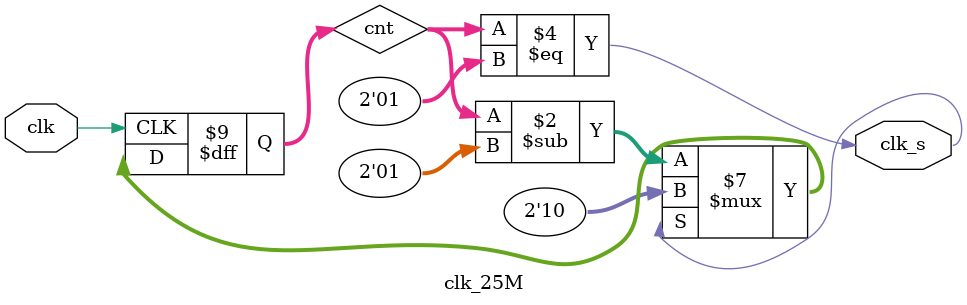
<source format=v>
`timescale 1ns / 1ps
module clk_25M(
	clk, 
	clk_s
	);
	
//=============Input Ports=============================
	input 	clk;	// Reloj del sistema
	
	
//=============Output Ports===========================
	output 	clk_s;	// Reloj de salida
	
//=============Input ports Data Type===================
	wire 	clk;
	
	
//=============Output Ports Data Type==================
	reg 	clk_s;
	
//=============Internal Variables======================
	reg 	[1:0] cnt = 2'd2;
	
//==========Code startes Here==========================
	always @(posedge clk)
		if(clk_s)
			cnt <= 2'd2;
		else
			cnt <= cnt - 2'd1;
	
	// Condici�n de finalizaci�n
	always @(*)
		clk_s <= (cnt == 2'd1);
		
endmodule

</source>
